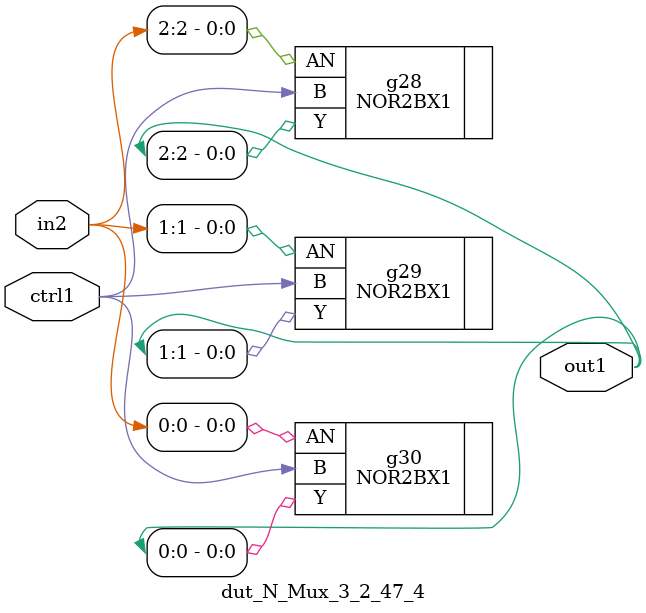
<source format=v>
`timescale 1ps / 1ps


module dut_N_Mux_3_2_47_4(in2, ctrl1, out1);
  input [2:0] in2;
  input ctrl1;
  output [2:0] out1;
  wire [2:0] in2;
  wire ctrl1;
  wire [2:0] out1;
  NOR2BX1 g28(.AN (in2[2]), .B (ctrl1), .Y (out1[2]));
  NOR2BX1 g29(.AN (in2[1]), .B (ctrl1), .Y (out1[1]));
  NOR2BX1 g30(.AN (in2[0]), .B (ctrl1), .Y (out1[0]));
endmodule



</source>
